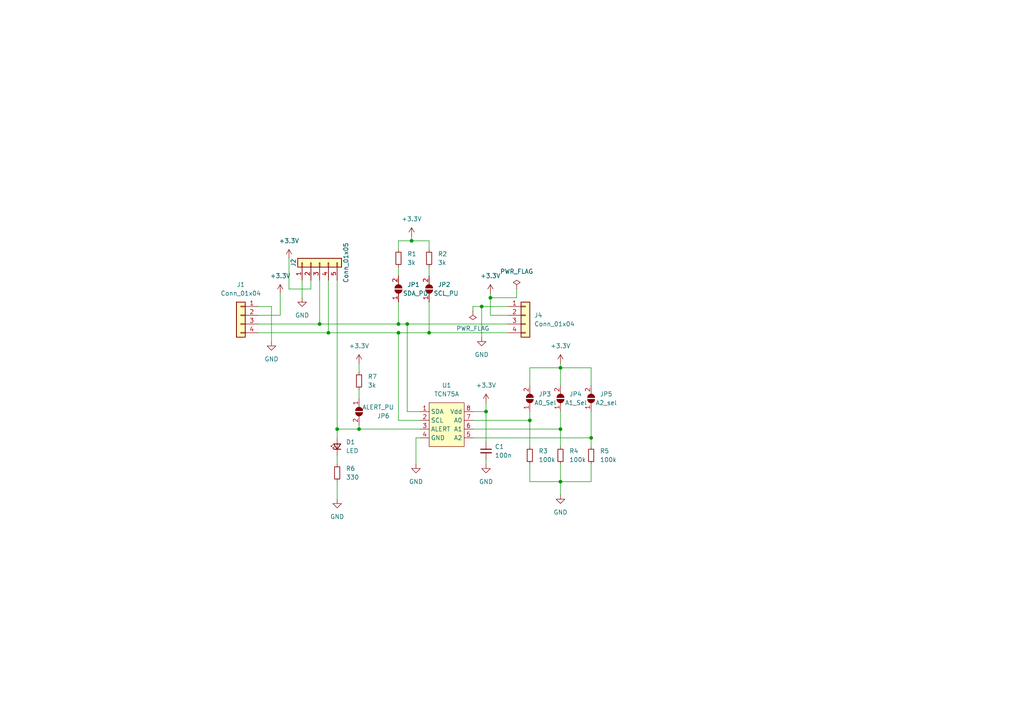
<source format=kicad_sch>
(kicad_sch (version 20211123) (generator eeschema)
  (paper "A4")
  (lib_symbols
    (symbol "Connector_Generic:Conn_01x04" (pin_names (offset 1.016) hide)
      (property "Reference" "J" (at 0 5.08 0))
      (property "Value" "Conn_01x04" (at 0 -7.62 0))
      (symbol "Conn_01x04_1_1"
        (rectangle (start -1.27 -4.953) (end 0 -5.207) (stroke (width 0.1524)))
        (rectangle (start -1.27 -2.413) (end 0 -2.667) (stroke (width 0.1524)))
        (rectangle (start -1.27 0.127) (end 0 -0.127) (stroke (width 0.1524)))
        (rectangle (start -1.27 2.667) (end 0 2.413) (stroke (width 0.1524)))
        (rectangle (start -1.27 3.81) (end 1.27 -6.35) (stroke (width 0.254)) (fill (type background)))
        (pin passive line (at -5.08 2.54 0) (length 3.81) (name "Pin_1") (number "1"))
        (pin passive line (at -5.08 0 0) (length 3.81) (name "Pin_2") (number "2"))
        (pin passive line (at -5.08 -2.54 0) (length 3.81) (name "Pin_3") (number "3"))
        (pin passive line (at -5.08 -5.08 0) (length 3.81) (name "Pin_4") (number "4"))
      )
    )
    (symbol "Connector_Generic:Conn_01x05" (pin_names (offset 1.016) hide)
      (property "Reference" "J" (at 0 7.62 0))
      (property "Value" "Conn_01x05" (at 0 -7.62 0))
      (symbol "Conn_01x05_1_1"
        (rectangle (start -1.27 -4.953) (end 0 -5.207) (stroke (width 0.1524)))
        (rectangle (start -1.27 -2.413) (end 0 -2.667) (stroke (width 0.1524)))
        (rectangle (start -1.27 0.127) (end 0 -0.127) (stroke (width 0.1524)))
        (rectangle (start -1.27 2.667) (end 0 2.413) (stroke (width 0.1524)))
        (rectangle (start -1.27 5.207) (end 0 4.953) (stroke (width 0.1524)))
        (rectangle (start -1.27 6.35) (end 1.27 -6.35) (stroke (width 0.254)) (fill (type background)))
        (pin passive line (at -5.08 5.08 0) (length 3.81) (name "Pin_1") (number "1"))
        (pin passive line (at -5.08 2.54 0) (length 3.81) (name "Pin_2") (number "2"))
        (pin passive line (at -5.08 0 0) (length 3.81) (name "Pin_3") (number "3"))
        (pin passive line (at -5.08 -2.54 0) (length 3.81) (name "Pin_4") (number "4"))
        (pin passive line (at -5.08 -5.08 0) (length 3.81) (name "Pin_5") (number "5"))
      )
    )
    (symbol "Device:C_Small" (pin_numbers hide) (pin_names (offset 0.254) hide)
      (property "Reference" "C" (at 0.254 1.778 0))
      (property "Value" "C_Small" (at 0.254 -2.032 0))
      (symbol "C_Small_0_1"
        (polyline (pts (xy -1.524 -0.508) (xy 1.524 -0.508)) (stroke (width 0.3302)))
        (polyline (pts (xy -1.524 0.508) (xy 1.524 0.508)) (stroke (width 0.3048)))
      )
      (symbol "C_Small_1_1"
        (pin passive line (at 0 2.54 270) (length 2.032) (name "~") (number "1"))
        (pin passive line (at 0 -2.54 90) (length 2.032) (name "~") (number "2"))
      )
    )
    (symbol "Device:LED_Small" (pin_numbers hide) (pin_names (offset 0.254) hide)
      (property "Reference" "D" (at -1.27 3.175 0))
      (property "Value" "LED_Small" (at -4.445 -2.54 0))
      (symbol "LED_Small_0_1"
        (polyline (pts (xy -0.762 -1.016) (xy -0.762 1.016)) (stroke (width 0.254)))
        (polyline (pts (xy 1.016 0) (xy -0.762 0)))
        (polyline (pts (xy 0.762 -1.016) (xy -0.762 0) (xy 0.762 1.016) (xy 0.762 -1.016)) (stroke (width 0.254)))
        (polyline (pts (xy 0 0.762) (xy -0.508 1.27) (xy -0.254 1.27) (xy -0.508 1.27) (xy -0.508 1.016)))
        (polyline (pts (xy 0.508 1.27) (xy 0 1.778) (xy 0.254 1.778) (xy 0 1.778) (xy 0 1.524)))
      )
      (symbol "LED_Small_1_1"
        (pin passive line (at -2.54 0 0) (length 1.778) (name "K") (number "1"))
        (pin passive line (at 2.54 0 180) (length 1.778) (name "A") (number "2"))
      )
    )
    (symbol "Device:R_Small" (pin_numbers hide) (pin_names (offset 0.254) hide)
      (property "Reference" "R" (at 0.762 0.508 0))
      (property "Value" "R_Small" (at 0.762 -1.016 0))
      (symbol "R_Small_0_1"
        (rectangle (start -0.762 1.778) (end 0.762 -1.778) (stroke (width 0.2032)))
      )
      (symbol "R_Small_1_1"
        (pin passive line (at 0 2.54 270) (length 0.762) (name "~") (number "1"))
        (pin passive line (at 0 -2.54 90) (length 0.762) (name "~") (number "2"))
      )
    )
    (symbol "Jumper:SolderJumper_2_Open" (pin_names (offset 0) hide)
      (property "Reference" "JP" (at 0 2.032 0))
      (property "Value" "SolderJumper_2_Open" (at 0 -2.54 0))
      (symbol "SolderJumper_2_Open_0_1"
        (arc (start -0.254 1.016) (mid -1.27 0) (end -0.254 -1.016))
        (arc (start -0.254 1.016) (mid -1.27 0) (end -0.254 -1.016) (fill (type outline)))
        (polyline (pts (xy -0.254 1.016) (xy -0.254 -1.016)))
        (polyline (pts (xy 0.254 1.016) (xy 0.254 -1.016)))
        (arc (start 0.254 -1.016) (mid 1.27 0) (end 0.254 1.016))
        (arc (start 0.254 -1.016) (mid 1.27 0) (end 0.254 1.016) (fill (type outline)))
      )
      (symbol "SolderJumper_2_Open_1_1"
        (pin passive line (at -3.81 0 0) (length 2.54) (name "A") (number "1"))
        (pin passive line (at 3.81 0 180) (length 2.54) (name "B") (number "2"))
      )
    )
    (symbol "power:+3.3V" (power) (pin_names (offset 0))
      (property "Value" "+3.3V" (at 0 3.556 0))
      (symbol "+3.3V_0_1"
        (polyline (pts (xy -0.762 1.27) (xy 0 2.54)))
        (polyline (pts (xy 0 0) (xy 0 2.54)))
        (polyline (pts (xy 0 2.54) (xy 0.762 1.27)))
      )
      (symbol "+3.3V_1_1"
        (pin power_in line (at 0 0 90) (length 0) hide (name "+3.3V") (number "1"))
      )
    )
    (symbol "power:GND" (power) (pin_names (offset 0))
      (property "Value" "GND" (at 0 -3.81 0))
      (symbol "GND_0_1"
        (polyline (pts (xy 0 0) (xy 0 -1.27) (xy 1.27 -1.27) (xy 0 -2.54) (xy -1.27 -1.27) (xy 0 -1.27)))
      )
      (symbol "GND_1_1"
        (pin power_in line (at 0 0 270) (length 0) hide (name "GND") (number "1"))
      )
    )
    (symbol "power:PWR_FLAG" (power) (pin_numbers hide) (pin_names (offset 0) hide)
      (property "Value" "PWR_FLAG" (at 0 3.81 0))
      (symbol "PWR_FLAG_0_0"
        (pin power_out line (at 0 0 90) (length 0) (name "pwr") (number "1"))
      )
      (symbol "PWR_FLAG_0_1"
        (polyline (pts (xy 0 0) (xy 0 1.27) (xy -1.016 1.905) (xy 0 2.54) (xy 1.016 1.905) (xy 0 1.27)))
      )
    )
    (symbol "tcn75a:TCN75A"
      (property "Reference" "U" (at 0 10.16 0))
      (property "Value" "TCN75A" (at 0 7.62 0))
      (symbol "TCN75A_0_0"
        (pin bidirectional line (at -7.62 3.81 0) (length 2.54) (name "SDA") (number "1"))
        (pin input line (at -7.62 1.27 0) (length 2.54) (name "SCL") (number "2"))
        (pin open_collector line (at -7.62 -1.27 0) (length 2.54) (name "ALERT") (number "3"))
        (pin power_in line (at -7.62 -3.81 0) (length 2.54) (name "GND") (number "4"))
        (pin input line (at 7.62 -3.81 180) (length 2.54) (name "A2") (number "5"))
        (pin input line (at 7.62 -1.27 180) (length 2.54) (name "A1") (number "6"))
        (pin input line (at 7.62 1.27 180) (length 2.54) (name "A0") (number "7"))
        (pin power_in line (at 7.62 3.81 180) (length 2.54) (name "Vdd") (number "8"))
      )
      (symbol "TCN75A_0_1"
        (rectangle (start -5.08 6.35) (end 5.08 -6.35) (fill (type background)))
      )
    )
  )
  (junction (at 162.56 139.7))
  (junction (at 115.57 93.98))
  (junction (at 104.14 124.46))
  (junction (at 95.25 96.52))
  (junction (at 171.45 127))
  (junction (at 92.71 93.98))
  (junction (at 124.46 96.52))
  (junction (at 153.67 121.92))
  (junction (at 142.24 86.36))
  (junction (at 97.79 124.46))
  (junction (at 162.56 106.68))
  (junction (at 140.97 119.38))
  (junction (at 115.57 96.52))
  (junction (at 118.11 93.98))
  (junction (at 119.38 69.85))
  (junction (at 139.7 88.9))
  (junction (at 162.56 124.46))
  (wire (pts (xy 74.93 88.9) (xy 78.74 88.9)))
  (wire (pts (xy 118.11 93.98) (xy 118.11 119.38)))
  (wire (pts (xy 162.56 106.68) (xy 162.56 111.76)))
  (wire (pts (xy 74.93 91.44) (xy 81.28 91.44)))
  (wire (pts (xy 121.92 127) (xy 120.65 127)))
  (wire (pts (xy 87.63 81.28) (xy 87.63 86.36)))
  (wire (pts (xy 121.92 121.92) (xy 115.57 121.92)))
  (wire (pts (xy 137.16 119.38) (xy 140.97 119.38)))
  (wire (pts (xy 171.45 106.68) (xy 171.45 111.76)))
  (wire (pts (xy 171.45 134.62) (xy 171.45 139.7)))
  (wire (pts (xy 119.38 69.85) (xy 124.46 69.85)))
  (wire (pts (xy 104.14 113.03) (xy 104.14 115.57)))
  (wire (pts (xy 140.97 116.84) (xy 140.97 119.38)))
  (wire (pts (xy 162.56 119.38) (xy 162.56 124.46)))
  (wire (pts (xy 104.14 124.46) (xy 121.92 124.46)))
  (wire (pts (xy 83.82 74.93) (xy 83.82 83.82)))
  (wire (pts (xy 153.67 134.62) (xy 153.67 139.7)))
  (wire (pts (xy 153.67 119.38) (xy 153.67 121.92)))
  (wire (pts (xy 153.67 106.68) (xy 162.56 106.68)))
  (wire (pts (xy 153.67 139.7) (xy 162.56 139.7)))
  (wire (pts (xy 92.71 93.98) (xy 115.57 93.98)))
  (wire (pts (xy 124.46 72.39) (xy 124.46 69.85)))
  (wire (pts (xy 162.56 124.46) (xy 162.56 129.54)))
  (wire (pts (xy 115.57 96.52) (xy 115.57 121.92)))
  (wire (pts (xy 153.67 106.68) (xy 153.67 111.76)))
  (wire (pts (xy 97.79 139.7) (xy 97.79 144.78)))
  (wire (pts (xy 139.7 88.9) (xy 139.7 97.79)))
  (wire (pts (xy 142.24 85.09) (xy 142.24 86.36)))
  (wire (pts (xy 115.57 77.47) (xy 115.57 80.01)))
  (wire (pts (xy 124.46 96.52) (xy 147.32 96.52)))
  (wire (pts (xy 74.93 96.52) (xy 95.25 96.52)))
  (wire (pts (xy 140.97 133.35) (xy 140.97 134.62)))
  (wire (pts (xy 140.97 128.27) (xy 140.97 119.38)))
  (wire (pts (xy 137.16 90.17) (xy 137.16 88.9)))
  (wire (pts (xy 162.56 106.68) (xy 162.56 105.41)))
  (wire (pts (xy 139.7 88.9) (xy 147.32 88.9)))
  (wire (pts (xy 81.28 91.44) (xy 81.28 85.09)))
  (wire (pts (xy 97.79 124.46) (xy 97.79 127)))
  (wire (pts (xy 95.25 96.52) (xy 115.57 96.52)))
  (wire (pts (xy 147.32 91.44) (xy 142.24 91.44)))
  (wire (pts (xy 83.82 83.82) (xy 90.17 83.82)))
  (wire (pts (xy 137.16 127) (xy 171.45 127)))
  (wire (pts (xy 124.46 87.63) (xy 124.46 96.52)))
  (wire (pts (xy 162.56 106.68) (xy 171.45 106.68)))
  (wire (pts (xy 171.45 119.38) (xy 171.45 127)))
  (wire (pts (xy 137.16 124.46) (xy 162.56 124.46)))
  (wire (pts (xy 162.56 139.7) (xy 162.56 143.51)))
  (wire (pts (xy 97.79 124.46) (xy 104.14 124.46)))
  (wire (pts (xy 121.92 119.38) (xy 118.11 119.38)))
  (wire (pts (xy 115.57 96.52) (xy 124.46 96.52)))
  (wire (pts (xy 92.71 81.28) (xy 92.71 93.98)))
  (wire (pts (xy 104.14 105.41) (xy 104.14 107.95)))
  (wire (pts (xy 104.14 123.19) (xy 104.14 124.46)))
  (wire (pts (xy 119.38 68.58) (xy 119.38 69.85)))
  (wire (pts (xy 119.38 69.85) (xy 115.57 69.85)))
  (wire (pts (xy 124.46 77.47) (xy 124.46 80.01)))
  (wire (pts (xy 153.67 121.92) (xy 153.67 129.54)))
  (wire (pts (xy 115.57 87.63) (xy 115.57 93.98)))
  (wire (pts (xy 139.7 88.9) (xy 137.16 88.9)))
  (wire (pts (xy 95.25 81.28) (xy 95.25 96.52)))
  (wire (pts (xy 90.17 83.82) (xy 90.17 81.28)))
  (wire (pts (xy 137.16 121.92) (xy 153.67 121.92)))
  (wire (pts (xy 115.57 69.85) (xy 115.57 72.39)))
  (wire (pts (xy 78.74 88.9) (xy 78.74 99.06)))
  (wire (pts (xy 115.57 93.98) (xy 118.11 93.98)))
  (wire (pts (xy 162.56 134.62) (xy 162.56 139.7)))
  (wire (pts (xy 97.79 132.08) (xy 97.79 134.62)))
  (wire (pts (xy 74.93 93.98) (xy 92.71 93.98)))
  (wire (pts (xy 120.65 127) (xy 120.65 134.62)))
  (wire (pts (xy 118.11 93.98) (xy 147.32 93.98)))
  (wire (pts (xy 149.86 86.36) (xy 149.86 83.82)))
  (wire (pts (xy 162.56 139.7) (xy 171.45 139.7)))
  (wire (pts (xy 171.45 127) (xy 171.45 129.54)))
  (wire (pts (xy 142.24 86.36) (xy 142.24 91.44)))
  (wire (pts (xy 97.79 81.28) (xy 97.79 124.46)))
  (wire (pts (xy 142.24 86.36) (xy 149.86 86.36)))
  (symbol (lib_id "Connector_Generic:Conn_01x05") (at 92.71 76.2 90) (unit 1)
    (property "Reference" "J2" (at 85.09 76.2 0))
    (property "Value" "Conn_01x05" (at 100.33 76.2 0))
    (property "Footprint" "Connector_PinHeader_2.54mm:PinHeader_1x05_P2.54mm_Vertical" (effects hide))
  )
  (symbol (lib_id "power:GND") (at 120.65 134.62 0) (unit 1)
    (property "Reference" "#PWR07" (effects hide))
    (property "Value" "GND" (at 120.65 139.7 0))
  )
  (symbol (lib_id "Device:R_Small") (at 104.14 110.49 0) (unit 1)
    (property "Reference" "R7" (at 106.68 109.2199 0) (effects (justify left)))
    (property "Value" "3k" (at 106.68 111.7599 0) (effects (justify left)))
    (property "Footprint" "Resistor_SMD:R_0603_1608Metric" (effects hide))
  )
  (symbol (lib_id "power:PWR_FLAG") (at 149.86 83.82 0) (unit 1)
    (property "Reference" "#FLG02" (effects hide))
    (property "Value" "PWR_FLAG" (at 149.86 78.74 0))
  )
  (symbol (lib_id "tcn75a:TCN75A") (at 129.54 123.19 0) (unit 1)
    (property "Reference" "U1" (at 129.54 111.76 0))
    (property "Value" "TCN75A" (at 129.54 114.3 0))
    (property "Footprint" "Package_SO:MSOP-8_3x3mm_P0.65mm" (effects hide))
  )
  (symbol (lib_id "power:GND") (at 140.97 134.62 0) (unit 1)
    (property "Reference" "#PWR010" (effects hide))
    (property "Value" "GND" (at 140.97 139.7 0))
  )
  (symbol (lib_id "Device:R_Small") (at 115.57 74.93 0) (unit 1)
    (property "Reference" "R1" (at 118.11 73.6599 0) (effects (justify left)))
    (property "Value" "3k" (at 118.11 76.1999 0) (effects (justify left)))
    (property "Footprint" "Resistor_SMD:R_0603_1608Metric" (effects hide))
  )
  (symbol (lib_id "Device:R_Small") (at 97.79 137.16 0) (unit 1)
    (property "Reference" "R6" (at 100.33 135.8899 0) (effects (justify left)))
    (property "Value" "330" (at 100.33 138.4299 0) (effects (justify left)))
    (property "Footprint" "Resistor_SMD:R_0603_1608Metric" (effects hide))
  )
  (symbol (lib_id "Jumper:SolderJumper_2_Open") (at 171.45 115.57 90) (unit 1)
    (property "Reference" "JP5" (at 173.99 114.2999 90) (effects (justify right)))
    (property "Value" "A2_sel" (at 172.72 116.84 90) (effects (justify right)))
    (property "Footprint" "Jumper:SolderJumper-2_P1.3mm_Open_RoundedPad1.0x1.5mm" (effects hide))
  )
  (symbol (lib_id "power:GND") (at 97.79 144.78 0) (unit 1)
    (property "Reference" "#PWR05" (effects hide))
    (property "Value" "GND" (at 97.79 149.86 0))
  )
  (symbol (lib_id "Device:R_Small") (at 171.45 132.08 0) (unit 1)
    (property "Reference" "R5" (at 173.99 130.8099 0) (effects (justify left)))
    (property "Value" "100k" (at 173.99 133.3499 0) (effects (justify left)))
    (property "Footprint" "Resistor_SMD:R_0603_1608Metric" (effects hide))
  )
  (symbol (lib_id "power:+3.3V") (at 81.28 85.09 0) (unit 1)
    (property "Reference" "#PWR02" (effects hide))
    (property "Value" "+3.3V" (at 81.28 80.01 0))
  )
  (symbol (lib_id "power:+3.3V") (at 142.24 85.09 0) (unit 1)
    (property "Reference" "#PWR011" (effects hide))
    (property "Value" "+3.3V" (at 142.24 80.01 0))
  )
  (symbol (lib_id "Connector_Generic:Conn_01x04") (at 152.4 91.44 0) (unit 1)
    (property "Reference" "J4" (at 154.94 91.4399 0) (effects (justify left)))
    (property "Value" "Conn_01x04" (at 154.94 93.9799 0) (effects (justify left)))
    (property "Footprint" "Connector_JST:JST_SH_SM04B-SRSS-TB_1x04-1MP_P1.00mm_Horizontal" (effects hide))
  )
  (symbol (lib_id "power:GND") (at 87.63 86.36 0) (unit 1)
    (property "Reference" "#PWR04" (effects hide))
    (property "Value" "GND" (at 87.63 91.44 0))
  )
  (symbol (lib_id "Device:R_Small") (at 124.46 74.93 0) (unit 1)
    (property "Reference" "R2" (at 127 73.6599 0) (effects (justify left)))
    (property "Value" "3k" (at 127 76.1999 0) (effects (justify left)))
    (property "Footprint" "Resistor_SMD:R_0603_1608Metric" (effects hide))
  )
  (symbol (lib_id "Jumper:SolderJumper_2_Open") (at 104.14 119.38 270) (unit 1)
    (property "Reference" "JP6" (at 113.03 120.6501 90) (effects (justify right)))
    (property "Value" "ALERT_PU" (at 114.3 118.11 90) (effects (justify right)))
    (property "Footprint" "Jumper:SolderJumper-2_P1.3mm_Open_RoundedPad1.0x1.5mm" (effects hide))
  )
  (symbol (lib_id "power:+3.3V") (at 119.38 68.58 0) (unit 1)
    (property "Reference" "#PWR06" (effects hide))
    (property "Value" "+3.3V" (at 119.38 63.5 0))
  )
  (symbol (lib_id "power:+3.3V") (at 104.14 105.41 0) (unit 1)
    (property "Reference" "#PWR014" (effects hide))
    (property "Value" "+3.3V" (at 104.14 100.33 0))
  )
  (symbol (lib_id "power:+3.3V") (at 83.82 74.93 0) (unit 1)
    (property "Reference" "#PWR03" (effects hide))
    (property "Value" "+3.3V" (at 83.82 69.85 0))
  )
  (symbol (lib_id "power:GND") (at 78.74 99.06 0) (unit 1)
    (property "Reference" "#PWR01" (effects hide))
    (property "Value" "GND" (at 78.74 104.14 0))
  )
  (symbol (lib_id "Device:R_Small") (at 153.67 132.08 0) (unit 1)
    (property "Reference" "R3" (at 156.21 130.8099 0) (effects (justify left)))
    (property "Value" "100k" (at 156.21 133.3499 0) (effects (justify left)))
    (property "Footprint" "Resistor_SMD:R_0603_1608Metric" (effects hide))
  )
  (symbol (lib_id "power:GND") (at 162.56 143.51 0) (unit 1)
    (property "Reference" "#PWR013" (effects hide))
    (property "Value" "GND" (at 162.56 148.59 0))
  )
  (symbol (lib_id "power:+3.3V") (at 140.97 116.84 0) (unit 1)
    (property "Reference" "#PWR09" (effects hide))
    (property "Value" "+3.3V" (at 140.97 111.76 0))
  )
  (symbol (lib_id "power:PWR_FLAG") (at 137.16 90.17 180) (unit 1)
    (property "Reference" "#FLG01" (effects hide))
    (property "Value" "PWR_FLAG" (at 137.16 95.25 0))
  )
  (symbol (lib_id "power:+3.3V") (at 162.56 105.41 0) (unit 1)
    (property "Reference" "#PWR012" (effects hide))
    (property "Value" "+3.3V" (at 162.56 100.33 0))
  )
  (symbol (lib_id "Jumper:SolderJumper_2_Open") (at 115.57 83.82 90) (unit 1)
    (property "Reference" "JP1" (at 118.11 82.5499 90) (effects (justify right)))
    (property "Value" "SDA_PU" (at 116.84 85.09 90) (effects (justify right)))
    (property "Footprint" "Jumper:SolderJumper-2_P1.3mm_Open_RoundedPad1.0x1.5mm" (effects hide))
  )
  (symbol (lib_id "Jumper:SolderJumper_2_Open") (at 153.67 115.57 90) (unit 1)
    (property "Reference" "JP3" (at 156.21 114.2999 90) (effects (justify right)))
    (property "Value" "A0_Sel" (at 154.94 116.84 90) (effects (justify right)))
    (property "Footprint" "Jumper:SolderJumper-2_P1.3mm_Open_RoundedPad1.0x1.5mm" (effects hide))
  )
  (symbol (lib_id "power:GND") (at 139.7 97.79 0) (unit 1)
    (property "Reference" "#PWR08" (effects hide))
    (property "Value" "GND" (at 139.7 102.87 0))
  )
  (symbol (lib_id "Jumper:SolderJumper_2_Open") (at 162.56 115.57 90) (unit 1)
    (property "Reference" "JP4" (at 165.1 114.2999 90) (effects (justify right)))
    (property "Value" "A1_Sel" (at 163.83 116.84 90) (effects (justify right)))
    (property "Footprint" "Jumper:SolderJumper-2_P1.3mm_Open_RoundedPad1.0x1.5mm" (effects hide))
  )
  (symbol (lib_id "Jumper:SolderJumper_2_Open") (at 124.46 83.82 90) (unit 1)
    (property "Reference" "JP2" (at 127 82.5499 90) (effects (justify right)))
    (property "Value" "SCL_PU" (at 125.73 85.09 90) (effects (justify right)))
    (property "Footprint" "Jumper:SolderJumper-2_P1.3mm_Open_RoundedPad1.0x1.5mm" (effects hide))
  )
  (symbol (lib_id "Device:C_Small") (at 140.97 130.81 0) (unit 1)
    (property "Reference" "C1" (at 143.51 129.5462 0) (effects (justify left)))
    (property "Value" "100n" (at 143.51 132.0862 0) (effects (justify left)))
    (property "Footprint" "Capacitor_SMD:C_0603_1608Metric" (effects hide))
  )
  (symbol (lib_id "Connector_Generic:Conn_01x04") (at 69.85 91.44 0) (mirror y) (unit 1)
    (property "Reference" "J1" (at 69.85 82.55 0))
    (property "Value" "Conn_01x04" (at 69.85 85.09 0))
    (property "Footprint" "Connector_JST:JST_SH_SM04B-SRSS-TB_1x04-1MP_P1.00mm_Horizontal" (effects hide))
  )
  (symbol (lib_id "Device:LED_Small") (at 97.79 129.54 90) (unit 1)
    (property "Reference" "D1" (at 100.33 128.2064 90) (effects (justify right)))
    (property "Value" "LED" (at 100.33 130.7464 90) (effects (justify right)))
    (property "Footprint" "LED_SMD:LED_0603_1608Metric" (effects hide))
  )
  (symbol (lib_id "Device:R_Small") (at 162.56 132.08 0) (unit 1)
    (property "Reference" "R4" (at 165.1 130.8099 0) (effects (justify left)))
    (property "Value" "100k" (at 165.1 133.3499 0) (effects (justify left)))
    (property "Footprint" "Resistor_SMD:R_0603_1608Metric" (effects hide))
  )
)
</source>
